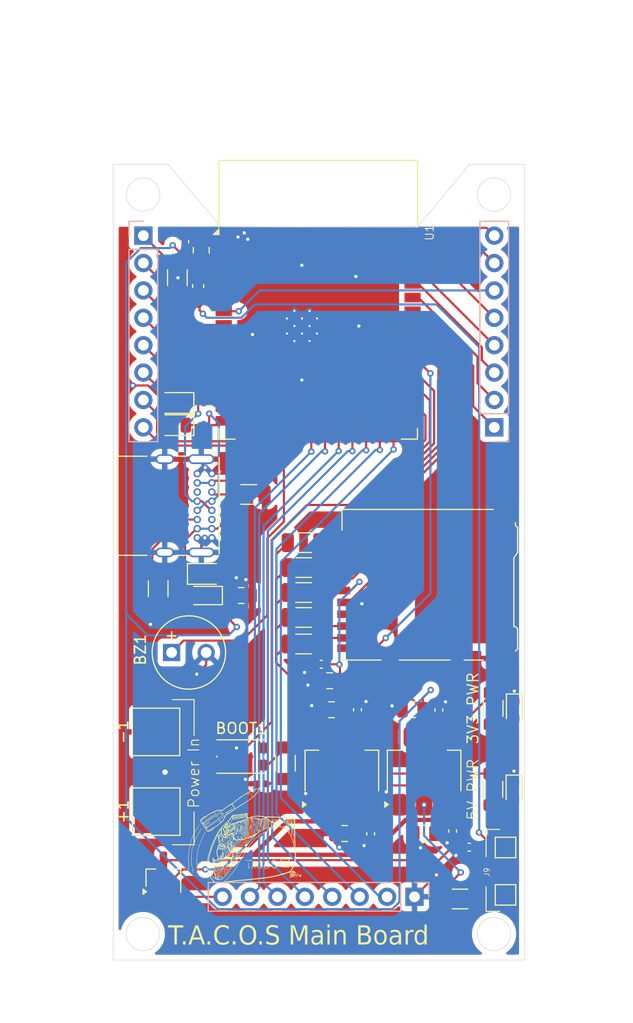
<source format=kicad_pcb>
(kicad_pcb (version 20241229) (generator "pcbnew") (generator_version "9.0")
  (layers (0 "F.Cu" signal) (2 "B.Cu" signal) (13 "F.Paste" user) (15 "B.Paste" user) (5 "F.SilkS" user "F.Silkscreen") (7 "B.SilkS" user "B.Silkscreen") (1 "F.Mask" user) (3 "B.Mask" user) (25 "Edge.Cuts" user))
  (net 0 "")
  (net 1 "I1")
  (net 2 "I0")
  (net 3 "I4")
  (net 4 "I3")
  (net 5 "I2")
  (net 6 "DATA1")
  (net 7 "DATA2")
  (net 8 "DATA6")
  (net 9 "DATA0")
  (net 10 "DATA5")
  (net 11 "BZR")
  (net 12 "DATA7")
  (net 13 "DATA4")
  (net 14 "DATA3")
  (net 15 "DATA13")
  (net 16 "DATA10")
  (net 17 "DATA8")
  (net 18 "DATA11")
  (net 19 "DATA15")
  (net 20 "DATA14")
  (net 21 "DATA12")
  (net 22 "DATA9")
  (net 23 "LIPO PWR")
  (net 24 "VCC_5V")
  (net 25 "ESP_3V3")
  (net 26 "GPIO0")
  (net 27 "CHIP_PU")
  (net 28 "Net-(D1-A)")
  (net 29 "Net-(D5-A)")
  (net 30 "SD_DAT1")
  (net 31 "SD_DAT3")
  (net 32 "SD_CMD")
  (net 33 "SD_DAT0")
  (net 34 "SD_DAT2")
  (net 36 "SD_DET")
  (net 37 "SD_CLK")
  (net 39 "Net-(J5-CC2)")
  (net 40 "Net-(J5-CC1)")
  (net 42 "LIPO GND")
  (net 43 "USB+")
  (net 44 "USB-")
  (net 45 "Net-(J1-Pin_8)")
  (net 46 "SELECT RETURN")
  (net 47 "HATS_ENABLE")
  (net 49 "Net-(D6-A)")
  (net 50 "Net-(J8-Pin_1)")
  (footprint "Capacitor_SMD:C_0805_2012Metric" (layer "F.Cu") (at 62.6555 90.7796)
    (property "Reference" "C1" (hide yes))
    (property "Value" "10uF" (hide yes))
  )
  (footprint "Capacitor_SMD:C_0402_1005Metric" (layer "F.Cu") (at 74.6506 112.8802 -90)
    (property "Reference" "C9" (hide yes))
    (property "Value" "0u1F" (hide yes))
  )
  (footprint "lib:tacos_logo" (layer "F.Cu") (at 66.404763 103.795276)
    (property "Reference" "G***" (hide yes))
    (property "Value" "LOGO" (hide yes))
  )
  (footprint "Capacitor_SMD:C_0805_2012Metric" (layer "F.Cu") (at 71.0286 101.3714 180)
    (property "Reference" "C10" (hide yes))
    (property "Value" "10uF" (hide yes))
  )
  (footprint "LED_SMD:LED_0603_1608Metric" (layer "F.Cu") (at 87.9348 108.9151 -90)
    (property "Reference" "D6" (hide yes))
    (property "Value" "PWRLED" (hide yes))
  )
  (footprint "Capacitor_SMD:C_0805_2012Metric" (layer "F.Cu") (at 58.9534 58.7604 90)
    (property "Reference" "C15" (hide yes))
    (property "Value" "10uF" (hide yes))
  )
  (footprint "Button_Switch_SMD:SW_Push_1P1T_NO_CK_KMR2" (layer "F.Cu") (at 62.6036 105.7129)
    (property "Reference" "BOOT1")
    (property "Value" "RESET" (hide yes))
  )
  (footprint "Resistor_SMD:R_1206_3216Metric" (layer "F.Cu") (at 66.7512 106.3351 90)
    (property "Reference" "R4" (hide yes))
    (property "Value" "10k" (hide yes))
  )
  (footprint "Resistor_SMD:R_1206_3216Metric" (layer "F.Cu") (at 68.4383 85.8774)
    (property "Reference" "R8" (hide yes))
    (property "Value" "10k" (hide yes))
  )
  (footprint "TestPoint:TestPoint_Pad_1.5x1.5mm" (layer "F.Cu") (at 87.1474 114.1476 180)
    (property "Reference" "J9")
    (property "Value" "En_B" (hide yes))
  )
  (footprint "Capacitor_SMD:C_0805_2012Metric" (layer "F.Cu") (at 78.5368 101.3714 180)
    (property "Reference" "C4" (hide yes))
    (property "Value" "10uF" (hide yes))
  )
  (footprint "TestPoint:TestPoint_Pad_4.0x4.0mm" (layer "F.Cu") (at 54.7624 103.4288 90)
    (property "Reference" "-1")
    (property "Value" "LIPO PWR" (hide yes))
  )
  (footprint "Diode_SMD:D_0805_2012Metric" (layer "F.Cu") (at 59.3621 88.773)
    (property "Reference" "D2" (hide yes))
    (property "Value" "D_TVS_Small_Filled" (hide yes))
  )
  (footprint "Capacitor_SMD:C_0402_1005Metric" (layer "F.Cu") (at 80.9752 101.3942 90)
    (property "Reference" "C5" (hide yes))
    (property "Value" "0u1F" (hide yes))
  )
  (footprint "Capacitor_SMD:C_0402_1005Metric" (layer "F.Cu") (at 64.5134 108.2401 180)
    (property "Reference" "C6" (hide yes))
    (property "Value" "0u1F" (hide yes))
  )
  (footprint "Capacitor_SMD:C_0402_1005Metric" (layer "F.Cu") (at 83.792 114.1222 180)
    (property "Reference" "C7" (hide yes))
    (property "Value" "0u1F" (hide yes))
  )
  (footprint "TestPoint:TestPoint_Pad_4.0x4.0mm" (layer "F.Cu") (at 54.7878 110.8202 90)
    (property "Reference" "+1")
    (property "Value" "LIPO GND" (hide yes))
  )
  (footprint "Resistor_SMD:R_1206_3216Metric" (layer "F.Cu") (at 85.979 108.7521 -90)
    (property "Reference" "R6" (hide yes))
    (property "Value" "75" (hide yes))
  )
  (footprint "Resistor_SMD:R_1206_3216Metric" (layer "F.Cu") (at 68.449 88.1888)
    (property "Reference" "R9" (hide yes))
    (property "Value" "10k" (hide yes))
  )
  (footprint "Capacitor_SMD:C_0402_1005Metric" (layer "F.Cu") (at 82.2452 112.621 -90)
    (property "Reference" "C3" (hide yes))
    (property "Value" "0u1F" (hide yes))
  )
  (footprint "Diode_SMD:D_0805_2012Metric" (layer "F.Cu") (at 56.5866 74.9808 180)
    (property "Reference" "D4" (hide yes))
    (property "Value" "D_TVS_Small_Filled" (hide yes))
  )
  (footprint "Diode_SMD:D_0805_2012Metric" (layer "F.Cu") (at 56.5889 72.9234 180)
    (property "Reference" "D3" (hide yes))
    (property "Value" "D_TVS_Small_Filled" (hide yes))
  )
  (footprint "Connector_Card:microSD_HC_Hirose_DM3AT-SF-PEJM5" (layer "F.Cu") (at 79.883 89.789 90)
    (property "Reference" "J4" (hide yes))
    (property "Value" "Micro_SD_Card_Det2" (hide yes))
  )
  (footprint "Package_TO_SOT_SMD:SOT-23W_Handsoldering" (layer "F.Cu") (at 55.4482 117.221 90)
    (property "Reference" "Q1" (hide yes))
    (property "Value" "MMBT2222A" (hide yes))
  )
  (footprint "Resistor_SMD:R_1206_3216Metric" (layer "F.Cu") (at 82.931 118.9228)
    (property "Reference" "R5" (hide yes))
    (property "Value" "10k" (hide yes))
  )
  (footprint "Buzzer_Beeper:MagneticBuzzer_Kingstate_KCG0601" (layer "F.Cu") (at 56.2106 96.0628)
    (property "Reference" "BZ1")
    (property "Value" "Buzzer" (hide yes))
  )
  (footprint "Package_TO_SOT_SMD:SOT-223-3_TabPin2" (layer "F.Cu") (at 79.6036 107.0356 90)
    (property "Reference" "U2" (hide yes))
    (property "Value" "AMS1117-3.3" (hide yes))
  )
  (footprint "Capacitor_SMD:C_0805_2012Metric" (layer "F.Cu") (at 79.629 112.8268 180)
    (property "Reference" "C2" (hide yes))
    (property "Value" "10uF" (hide yes))
  )
  (footprint "Resistor_SMD:R_1206_3216Metric" (layer "F.Cu") (at 68.4383 95.2754)
    (property "Reference" "R13" (hide yes))
    (property "Value" "10k" (hide yes))
  )
  (footprint "Resistor_SMD:R_1206_3216Metric" (layer "F.Cu") (at 68.4383 92.8116)
    (property "Reference" "R12" (hide yes))
    (property "Value" "10k" (hide yes))
  )
  (footprint "Capacitor_SMD:C_0402_1005Metric" (layer "F.Cu") (at 70.0812 97.155 180)
    (property "Reference" "C13" (hide yes))
    (property "Value" "100nF" (hide yes))
  )
  (footprint "Resistor_SMD:R_1206_3216Metric" (layer "F.Cu") (at 68.4383 90.5002)
    (property "Reference" "R10" (hide yes))
    (property "Value" "10k" (hide yes))
  )
  (footprint "Package_TO_SOT_SMD:SOT-223-3_TabPin2" (layer "F.Cu") (at 71.9836 107.0356 90)
    (property "Reference" "U3" (hide yes))
    (property "Value" "AMS1117-5.0" (hide yes))
  )
  (footprint "Diode_SMD:D_SOD-323" (layer "F.Cu") (at 59.3027 90.7796 180)
    (property "Reference" "D1" (hide yes))
    (property "Value" "1N5819WS" (hide yes))
  )
  (footprint "Capacitor_SMD:C_0402_1005Metric" (layer "F.Cu") (at 57.4294 57.9654 90)
    (property "Reference" "C16" (hide yes))
    (property "Value" "0u1F" (hide yes))
  )
  (footprint "Capacitor_SMD:C_0603_1608Metric" (layer "F.Cu") (at 58.674 62.09 90)
    (property "Reference" "C14" (hide yes))
    (property "Value" "1uF" (hide yes))
  )
  (footprint "Resistor_SMD:R_1206_3216Metric" (layer "F.Cu") (at 56.7436 61.3009 -90)
    (property "Reference" "R7" (hide yes))
    (property "Value" "10k" (hide yes))
  )
  (footprint "Resistor_SMD:R_1206_3216Metric" (layer "F.Cu") (at 54.9656 90.1446 -90)
    (property "Reference" "R1" (hide yes))
    (property "Value" "5k1" (hide yes))
  )
  (footprint "TestPoint:TestPoint_Pad_1.5x1.5mm" (layer "F.Cu") (at 87.1474 118.5418 180)
    (property "Reference" "J8" (hide yes))
    (property "Value" "En_A" (hide yes))
  )
  (footprint "Capacitor_SMD:C_0805_2012Metric" (layer "F.Cu") (at 72.2528 112.8522 180)
    (property "Reference" "C8" (hide yes))
    (property "Value" "10uF" (hide yes))
  )
  (footprint "Capacitor_SMD:C_0402_1005Metric" (layer "F.Cu") (at 73.4314 101.3688 90)
    (property "Reference" "C11" (hide yes))
    (property "Value" "0u1F" (hide yes))
  )
  (footprint "Capacitor_SMD:C_0805_2012Metric" (layer "F.Cu") (at 70.8558 98.679 180)
    (property "Reference" "C12" (hide yes))
    (property "Value" "10uF" (hide yes))
  )
  (footprint "RF_Module:ESP32-S3-WROOM-1" (layer "F.Cu") (at 69.7868 63.3244)
    (property "Reference" "U1")
    (property "Value" "ESP32-S3-WROOM-1" (hide yes))
  )
  (footprint "Resistor_SMD:R_1206_3216Metric" (layer "F.Cu") (at 63.3583 81.407)
    (property "Reference" "R2" (hide yes))
    (property "Value" "5k1" (hide yes))
  )
  (footprint "Connector_USB:USB_C_Receptacle_GCT_USB4085" (layer "F.Cu") (at 59.9352 79.4804 -90)
    (property "Reference" "J5" (hide yes))
    (property "Value" "USB_C_Receptacle_USB2.0_16P" (hide yes))
  )
  (footprint "LED_SMD:LED_0603_1608Metric" (layer "F.Cu") (at 87.9602 101.3969 -90)
    (property "Reference" "D5" (hide yes))
    (property "Value" "PWRLED" (hide yes))
  )
  (footprint "Resistor_SMD:R_1206_3216Metric" (layer "F.Cu") (at 86.0044 101.2551 -90)
    (property "Reference" "R3" (hide yes))
    (property "Value" "75" (hide yes))
  )
  (footprint "Connector_PinSocket_2.54mm:PinSocket_1x08_P2.54mm_Vertical" (layer "B.Cu") (at 86.106 75.184)
    (property "Reference" "J3" (hide yes))
    (property "Value" "Conn_01x08_Socket" (hide yes))
  )
  (footprint "Connector_PinSocket_2.54mm:PinSocket_1x08_P2.54mm_Vertical" (layer "B.Cu") (at 53.594 57.404 180)
    (property "Reference" "J2" (hide yes))
    (property "Value" "Conn_01x08_Socket" (hide yes))
  )
  (footprint "Connector_PinSocket_2.54mm:PinSocket_1x08_P2.54mm_Vertical" (layer "B.Cu") (at 78.7146 118.7196 90)
    (property "Reference" "J1" (hide yes))
    (property "Value" "Conn_01x08_Socket" (hide yes))
  )
  (gr_line (start 58.293 113.8936) (end 56.261 113.8936) (stroke (width 0.1)) (layer "F.SilkS"))
  (gr_line (start 85.344 112.4712) (end 86.614 112.4712) (stroke (width 0.1)) (layer "F.SilkS"))
  (gr_line (start 58.293 100.4316) (end 56.261 100.4316) (stroke (width 0.1)) (layer "F.SilkS"))
  (gr_line (start 58.293 103.7336) (end 58.293 100.4316) (stroke (width 0.1)) (layer "F.SilkS"))
  (gr_line (start 85.344 115.0112) (end 85.344 112.4712) (stroke (width 0.1)) (layer "F.SilkS"))
  (gr_line (start 58.293 110.8456) (end 58.293 113.8936) (stroke (width 0.1)) (layer "F.SilkS"))
  (gr_line (start 85.344 120.0658) (end 86.614 120.0658) (stroke (width 0.1)) (layer "F.SilkS"))
  (gr_line (start 85.344 117.8052) (end 85.344 120.0658) (stroke (width 0.1)) (layer "F.SilkS"))
  (gr_circle (center 53.568 53.594) (end 55.118 53.594) (stroke (width 0.05)) (fill no) (layer "Edge.Cuts"))
  (gr_circle (center 53.5432 122.174) (end 55.0932 122.174) (stroke (width 0.05)) (fill no) (layer "Edge.Cuts"))
  (gr_circle (center 86.0812 122.174) (end 87.6312 122.174) (stroke (width 0.05)) (fill no) (layer "Edge.Cuts"))
  (gr_circle (center 86.08 53.594) (end 87.63 53.594) (stroke (width 0.05)) (fill no) (layer "Edge.Cuts"))
  (gr_poly (pts (xy 50.8 50.8) (xy 50.8 124.587) (xy 88.9 124.587) (xy 88.9 50.8) (xy 83.7946 50.8) (xy 78.9868 56.6244) (xy 60.7868 56.5744) (xy 55.88 50.8)) (stroke (width 0.05)) (fill no) (layer "Edge.Cuts"))
  (gr_text "5V PWR" (at 84.709 111.6838 90) (layer "F.SilkS") (effects (font (size 1 1) (thickness 0.1)) (justify left bottom)))
  (gr_text "Power In" (at 58.8518 110.5916 90) (layer "F.SilkS") (effects (font (size 1 1) (thickness 0.1)) (justify left bottom)))
  (gr_text "T.A.C.O.S Main Board" (at 55.88 123.444 0) (layer "F.SilkS") (effects (font (size 1.75 1.65) (thickness 0.21875)) (justify left bottom)))
  (gr_text "3V3 PWR" (at 84.709 104.648 90) (layer "F.SilkS") (effects (font (size 1 1) (thickness 0.125)) (justify left bottom)))
  (segment (start 75.5018 75.8244) (end 75.5018 77.2798) (width 0.2) (layer "F.Cu") (net 1))
  (via (at 75.5018 77.2798) (size 0.6) (drill 0.3) (layers "F.Cu" "B.Cu") (net 1))
  (segment (start 65.9286 86.457743) (end 75.106543 77.2798) (width 0.2) (layer "B.Cu") (net 1))
  (segment (start 73.6346 118.7196) (end 65.9286 111.0136) (width 0.2) (layer "B.Cu") (net 1))
  (segment (start 65.9286 111.0136) (end 65.9286 86.457743) (width 0.2) (layer "B.Cu") (net 1))
  (segment (start 75.106543 77.2798) (end 75.5018 77.2798) (width 0.2) (layer "B.Cu") (net 1))
  (segment (start 76.7718 75.8244) (end 76.7718 77.2284) (width 0.2) (layer "F.Cu") (net 2))
  (via (at 76.7718 77.2284) (size 0.6) (drill 0.3) (layers "F.Cu" "B.Cu") (net 2))
  (segment (start 75.4888 118.7196) (end 66.3296 109.5604) (width 0.2) (layer "B.Cu") (net 2))
  (segment (start 76.1746 118.7196) (end 75.4888 118.7196) (width 0.2) (layer "B.Cu") (net 2))
  (segment (start 66.3296 87.6706) (end 76.7718 77.2284) (width 0.2) (layer "B.Cu") (net 2))
  (segment (start 66.3296 109.5604) (end 66.3296 87.6706) (width 0.2) (layer "B.Cu") (net 2))
  (segment (start 71.6918 75.8244) (end 71.6918 77.3808) (width 0.2) (layer "F.Cu") (net 3))
  (via (at 71.6918 77.3808) (size 0.6) (drill 0.3) (layers "F.Cu" "B.Cu") (net 3))
  (segment (start 71.6664 77.3808) (end 71.6918 77.3808) (width 0.2) (layer "B.Cu") (net 3))
  (segment (start 64.7256 117.4306) (end 64.7256 84.3216) (width 0.2) (layer "B.Cu") (net 3))
  (segment (start 66.0146 118.7196) (end 64.7256 117.4306) (width 0.2) (layer "B.Cu") (net 3))
  (segment (start 64.7256 84.3216) (end 71.6664 77.3808) (width 0.2) (layer "B.Cu") (net 3))
  (segment (start 72.9618 75.8244) (end 72.9618 77.3814) (width 0.2) (layer "F.Cu") (net 4))
  (via (at 72.9618 77.3814) (size 0.6) (drill 0.3) (layers "F.Cu" "B.Cu") (net 4))
  (segment (start 68.5546 118.7196) (end 65.1266 115.2916) (width 0.2) (layer "B.Cu") (net 4))
  (segment (start 65.1266 115.2916) (end 65.1266 84.795943) (width 0.2) (layer "B.Cu") (net 4))
  (segment (start 65.1266 84.795943) (end 72.541143 77.3814) (width 0.2) (layer "B.Cu") (net 4))
  (segment (start 72.541143 77.3814) (end 72.9618 77.3814) (width 0.2) (layer "B.Cu") (net 4))
  (segment (start 74.2318 75.8244) (end 74.2318 77.3046) (width 0.2) (layer "F.Cu") (net 5))
  (via (at 74.2318 77.3046) (size 0.6) (drill 0.3) (layers "F.Cu" "B.Cu") (net 5))
  (segment (start 71.0946 118.7196) (end 65.5276 113.1526) (width 0.2) (layer "B.Cu") (net 5))
  (segment (start 73.888543 77.3046) (end 74.2318 77.3046) (width 0.2) (layer "B.Cu") (net 5))
  (segment (start 65.5276 113.1526) (end 65.5276 85.665543) (width 0.2) (layer "B.Cu") (net 5))
  (segment (start 65.5276 85.665543) (end 73.888543 77.3046) (width 0.2) (layer "B.Cu") (net 5))
  (segment (start 68.0548 57.0764) (end 83.2384 57.0764) (width 0.2) (layer "F.Cu") (net 6))
  (segment (start 83.2384 57.0764) (end 86.106 59.944) (width 0.2) (layer "F.Cu") (net 6))
  (segment (start 61.9868 63.1444) (end 68.0548 57.0764) (width 0.2) (layer "F.Cu") (net 6))
  (segment (start 61.0368 63.1444) (end 61.9868 63.1444) (width 0.2) (layer "F.Cu") (net 6))
  (segment (start 61.0368 64.4144) (end 62.4332 64.4144) (width 0.2) (layer "F.Cu") (net 7))
  (via (at 62.4332 64.4144) (size 0.6) (drill 0.3) (layers "F.Cu" "B.Cu") (net 7))
  (segment (start 62.4332 64.4144) (end 64.3636 62.484) (width 0.2) (layer "B.Cu") (net 7))
  (segment (start 64.3636 62.484) (end 86.106 62.484) (width 0.2) (layer "B.Cu") (net 7))
  (segment (start 84.554 68.6296) (end 84.554 71.092) (width 0.2) (layer "F.Cu") (net 8))
  (segment (start 78.5368 63.1444) (end 79.0688 63.1444) (width 0.2) (layer "F.Cu") (net 8))
  (segment (start 79.0688 63.1444) (end 84.554 68.6296) (width 0.2) (layer "F.Cu") (net 8))
  (segment (start 84.554 71.092) (end 86.106 72.644) (width 0.2) (layer "F.Cu") (net 8))
  (segment (start 85.3774 56.6754) (end 86.106 57.404) (width 0.2) (layer "F.Cu") (net 9))
  (segment (start 61.0368 61.8744) (end 61.5688 61.8744) (width 0.2) (layer "F.Cu") (net 9))
  (segment (start 61.5688 61.8744) (end 66.7678 56.6754) (width 0.2) (layer "F.Cu") (net 9))
  (segment (start 66.7678 56.6754) (end 85.3774 56.6754) (width 0.2) (layer "F.Cu") (net 9))
  (segment (start 79.0688 61.8744) (end 84.955 67.7606) (width 0.2) (layer "F.Cu") (net 10))
  (segment (start 84.955 68.953) (end 86.106 70.104) (width 0.2) (layer "F.Cu") (net 10))
  (segment (start 84.955 67.7606) (end 84.955 68.953) (width 0.2) (layer "F.Cu") (net 10))
  (segment (start 78.5368 61.8744) (end 79.0688 61.8744) (width 0.2) (layer "F.Cu") (net 10))
  (segment (start 62.7038 94.9618) (end 62.7126 94.9706) (width 0.2) (layer "F.Cu") (net 11))
  (segment (start 65.0802 92.603) (end 65.0802 85.4656) (width 0.2) (layer "F.Cu") (net 11))
  (segment (start 57.3116 94.9618) (end 62.7038 94.9618) (width 0.2) (layer "F.Cu") (net 11))
  (segment (start 62.7126 94.9706) (end 65.0802 92.603) (width 0.2) (layer "F.Cu") (net 11))
  (segment (start 56.2106 96.0628) (end 57.3116 94.9618) (width 0.2) (layer "F.Cu") (net 11))
  (segment (start 66.6118 83.934) (end 66.6118 75.8244) (width 0.2) (layer "F.Cu") (net 11))
  (segment (start 65.0802 85.4656) (end 66.6118 83.934) (width 0.2) (layer "F.Cu") (net 11))
  (segment (start 84.153 69.4986) (end 84.153 73.231) (width 0.2) (layer "F.Cu") (net 12))
  (segment (start 84.153 73.231) (end 86.106 75.184) (width 0.2) (layer "F.Cu") (net 12))
  (segment (start 78.5368 64.4144) (end 79.0688 64.4144) (width 0.2) (layer "F.Cu") (net 12))
  (segment (start 79.0688 64.4144) (end 84.153 69.4986) (width 0.2) (layer "F.Cu") (net 12))
  (segment (start 79.1464 60.6044) (end 86.106 67.564) (width 0.2) (layer "F.Cu") (net 13))
  (segment (start 78.5368 60.6044) (end 79.1464 60.6044) (width 0.2) (layer "F.Cu") (net 13))
  (segment (start 78.5368 59.3344) (end 80.4164 59.3344) (width 0.2) (layer "F.Cu") (net 14))
  (segment (start 80.4164 59.3344) (end 86.106 65.024) (width 0.2) (layer "F.Cu") (net 14))
  (segment (start 60.5178 71.5154) (end 61.0368 72.0344) (width 0.2) (layer "F.Cu") (net 15))
  (segment (start 55.0054 71.5154) (end 60.5178 71.5154) (width 0.2) (layer "F.Cu") (net 15))
  (segment (start 53.594 70.104) (end 55.0054 71.5154) (width 0.2) (layer "F.Cu") (net 15))
  (segment (start 59.3344 68.2244) (end 61.0368 68.2244) (width 0.2) (layer "F.Cu") (net 16))
  (segment (start 53.594 62.484) (end 59.3344 68.2244) (width 0.2) (layer "F.Cu") (net 16))
  (segment (start 55.5676 63.31106) (end 57.94094 65.6844) (width 0.2) (layer "F.Cu") (net 17))
  (segment (start 53.594 57.404) (end 55.5676 59.3776) (width 0.2) (layer "F.Cu") (net 17))
  (segment (start 57.94094 65.6844) (end 61.0368 65.6844) (width 0.2) (layer "F.Cu") (net 17))
  (segment (start 55.5676 59.3776) (end 55.5676 63.31106) (width 0.2) (layer "F.Cu") (net 17))
  (segment (start 53.594 65.024) (end 58.0644 69.4944) (width 0.2) (layer "F.Cu") (net 18))
  (segment (start 58.0644 69.4944) (end 61.0368 69.4944) (width 0.2) (layer "F.Cu") (net 18))
  (segment (start 55.2854 76.8754) (end 63.9708 76.8754) (width 0.2) (layer "F.Cu") (net 19))
  (segment (start 64.0718 76.7744) (end 64.0718 75.8244) (width 0.2) (layer "F.Cu") (net 19))
  (segment (start 63.9708 76.8754) (end 64.0718 76.7744) (width 0.2) (layer "F.Cu") (net 19))
  (segment (start 53.594 75.184) (end 55.2854 76.8754) (width 0.2) (layer "F.Cu") (net 19))
  (segment (start 55.665554 76.4744) (end 62.1518 76.4744) (width 0.2) (layer "F.Cu") (net 20))
  (segment (start 62.1518 76.4744) (end 62.8018 75.8244) (width 0.2) (layer "F.Cu") (net 20))
  (segment (start 54.8606 75.669446) (end 55.665554 76.4744) (width 0.2) (layer "F.Cu") (net 20))
  (segment (start 54.8606 73.9106) (end 54.8606 75.669446) (width 0.2) (layer "F.Cu") (net 20))
  (segment (start 53.594 72.644) (end 54.8606 73.9106) (width 0.2) (layer "F.Cu") (net 20))
  (segment (start 53.594 67.564) (end 56.7944 70.7644) (width 0.2) (layer "F.Cu") (net 21))
  (segment (start 56.7944 70.7644) (end 61.0368 70.7644) (width 0.2) (layer "F.Cu") (net 21))
  (segment (start 53.594 59.944) (end 55.1666 61.5166) (width 0.2) (layer "F.Cu") (net 22))
  (segment (start 55.1666 63.47716) (end 58.64384 66.9544) (width 0.2) (layer "F.Cu") (net 22))
  (segment (start 58.64384 66.9544) (end 61.0368 66.9544) (width 0.2) (layer "F.Cu") (net 22))
  (segment (start 55.1666 61.5166) (end 55.1666 63.47716) (width 0.2) (layer "F.Cu") (net 22))
  (segment (start 74.2836 112.211) (end 74.4474 112.3748) (width 0.2) (layer "F.Cu") (net 23))
  (segment (start 58.7908 114.8232) (end 63.8048 114.8232) (width 0.4) (layer "F.Cu") (net 23))
  (segment (start 63.8048 114.8232) (end 74.6608 114.8232) (width 0.4) (layer "F.Cu") (net 23))
  (segment (start 81.9036 110.1856) (end 81.9036 111.7994) (width 0.2) (layer "F.Cu") (net 23))
  (segment (start 74.2836 110.1856) (end 74.2836 112.211) (width 0.2) (layer "F.Cu") (net 23))
  (segment (start 74.6608 114.8232) (end 77.8974 111.5866) (width 0.4) (layer "F.Cu") (net 23))
  (segment (start 63.8048 114.8232) (end 66.9018 111.7262) (width 0.4) (layer "F.Cu") (net 23))
  (segment (start 77.8974 111.5866) (end 80.5026 111.5866) (width 0.4) (layer "F.Cu") (net 23))
  (segment (start 80.5026 111.5866) (end 81.9036 110.1856) (width 0.4) (layer "F.Cu") (net 23))
  (segment (start 54.7878 110.8202) (end 58.7908 114.8232) (width 0.4) (layer "F.Cu") (net 23))
  (segment (start 80.579 112.8268) (end 80.579 112.7098) (width 0.2) (layer "F.Cu") (net 23))
  (segment (start 66.9018 111.7262) (end 72.743 111.7262) (width 0.4) (layer "F.Cu") (net 23))
  (segment (start 72.743 111.7262) (end 74.2836 110.1856) (width 0.4) (layer "F.Cu") (net 23))
  (segment (start 80.579 112.7098) (end 81.4894 111.7994) (width 0.2) (layer "F.Cu") (net 23))
  (segment (start 81.9036 111.7994) (end 82.2452 112.141) (width 0.2) (layer "F.Cu") (net 23))
  (segment (start 73.844 112.211) (end 74.2836 112.211) (width 0.2) (layer "F.Cu") (net 23))
  (segment (start 73.2028 112.8522) (end 73.844 112.211) (width 0.2) (layer "F.Cu") (net 23))
  (segment (start 81.4894 111.7994) (end 81.9036 111.7994) (width 0.2) (layer "F.Cu") (net 23))
  (segment (start 55.7658 115.521) (end 55.4482 115.521) (width 0.2) (layer "F.Cu") (net 24))
  (segment (start 75.3876 107.2896) (end 85.979 107.2896) (width 0.2) (layer "F.Cu") (net 24))
  (segment (start 71.9836 103.8856) (end 73.4314 102.4378) (width 0.2) (layer "F.Cu") (net 24))
  (segment (start 71.9836 110.1856) (end 73.7788 108.3904) (width 0.2) (layer "F.Cu") (net 24))
  (segment (start 82.9546 113.348343) (end 80.978743 115.3242) (width 0.2) (layer "F.Cu") (net 24))
  (segment (start 80.978743 115.3242) (end 55.9626 115.3242) (width 0.2) (layer "F.Cu") (net 24))
  (segment (start 82.9546 109.280592) (end 82.9546 113.348343) (width 0.2) (layer "F.Cu") (net 24))
  (segment (start 71.9786 101.3714) (end 73.045 102.4378) (width 0.2) (layer "F.Cu") (net 24))
  (segment (start 55.9626 115.3242) (end 55.7658 115.521) (width 0.2) (layer "F.Cu") (net 24))
  (segment (start 73.4314 102.4378) (end 73.4314 101.8488) (width 0.2) (layer "F.Cu") (net 24))
  (segment (start 71.9836 103.8856) (end 75.3876 107.2896) (width 0.2) (layer "F.Cu") (net 24))
  (segment (start 82.064408 108.3904) (end 82.9546 109.280592) (width 0.2) (layer "F.Cu") (net 24))
  (segment (start 73.7788 108.3904) (end 82.064408 108.3904) (width 0.2) (layer "F.Cu") (net 24))
  (segment (start 73.045 102.4378) (end 73.4314 102.4378) (width 0.2) (layer "F.Cu") (net 24))
  (segment (start 71.7296 97.155) (end 71.755 97.1804) (width 0.2) (layer "F.Cu") (net 25))
  (segment (start 65.913 86.9402) (end 65.913 89.7128) (width 0.2) (layer "F.Cu") (net 25))
  (segment (start 68.5886 100.326857) (end 68.907057 100.0084) (width 0.2) (layer "F.Cu") (net 25))
  (segment (start 57.3893 59.1927) (end 57.2115 59.1927) (width 0.2) (layer "F.Cu") (net 25))
  (segment (start 71.755 97.1804) (end 71.8058 97.2312) (width 0.2) (layer "F.Cu") (net 25))
  (segment (start 72.158 90.314) (end 72.8048 90.314) (width 0.2) (layer "F.Cu") (net 25))
  (segment (start 66.9758 92.8116) (end 65.8876 93.8998) (width 0.2) (layer "F.Cu") (net 25))
  (segment (start 80.1091 101.9937) (end 80.5053 101.9937) (width 0.2) (layer "F.Cu") (net 25))
  (segment (start 61.7055 90.7796) (end 61.7055 93.1507) (width 0.2) (layer "F.Cu") (net 25))
  (segment (start 66.9758 95.2754) (end 65.8876 96.3636) (width 0.2) (layer "F.Cu") (net 25))
  (segment (start 70.5612 97.155) (end 71.7296 97.155) (width 0.2) (layer "F.Cu") (net 25))
  (segment (start 79.4868 101.3714) (end 79.4868 100.269) (width 0.2) (layer "F.Cu") (net 25))
  (segment (start 79.6036 102.8954) (end 80.5053 101.9937) (width 0.2) (layer "F.Cu") (net 25))
  (segment (start 81.4685 117.9977) (end 83.0072 116.459) (width 0.2) (layer "F.Cu") (net 25))
  (segment (start 65.8876 96.988943) (end 68.907057 100.0084) (width 0.2) (layer "F.Cu") (net 25))
  (segment (start 66.9865 88.1888) (end 65.8876 89.2877) (width 0.2) (layer "F.Cu") (net 25))
  (segment (start 66.7512 107.7976) (end 68.5886 105.9602) (width 0.2) (layer "F.Cu") (net 25))
  (segment (start 65.8876 91.7448) (end 65.8876 94.107) (width 0.2) (layer "F.Cu") (net 25))
  (segment (start 66.9758 90.5002) (end 65.8876 91.5884) (width 0.2) (layer "F.Cu") (net 25))
  (segment (start 58.9534 58.8264) (end 59.8678 58.8264) (width 0.2) (layer "F.Cu") (net 25))
  (segment (start 65.8876 91.5884) (end 65.8876 91.7448) (width 0.2) (layer "F.Cu") (net 25))
  (segment (start 68.5886 105.9602) (end 68.5886 100.326857) (width 0.2) (layer "F.Cu") (net 25))
  (segment (start 81.9114 103.8856) (end 86.0044 99.7926) (width 0.2) (layer "F.Cu") (net 25))
  (segment (start 59.8678 58.8264) (end 60.3758 59.3344) (width 0.2) (layer "F.Cu") (net 25))
  (segment (start 79.4868 100.269) (end 80.2132 99.5426) (width 0.2) (layer "F.Cu") (net 25))
  (segment (start 80.6248 101.8742) (end 80.9752 101.8742) (width 0.2) (layer "F.Cu") (net 25))
  (segment (start 71.8058 97.2312) (end 71.8058 98.679) (width 0.2) (layer "F.Cu") (net 25))
  (segment (start 65.8876 93.8998) (end 65.8876 94.107) (width 0.2) (layer "F.Cu") (net 25))
  (segment (start 79.4868 101.3714) (end 80.1091 101.9937) (width 0.2) (layer "F.Cu") (net 25))
  (segment (start 79.6036 103.8856) (end 79.6036 102.8954) (width 0.2) (layer "F.Cu") (net 25))
  (segment (start 57.4294 58.4454) (end 57.4294 58.5002) (width 0.2) (layer "F.Cu") (net 25))
  (segment (start 65.8876 94.107) (end 65.8876 96.9264) (width 0.2) (layer "F.Cu") (net 25))
  (segment (start 78.1238 100.0084) (end 79.4868 101.3714) (width 0.2) (layer "F.Cu") (net 25))
  (segment (start 81.4685 118.9228) (end 81.4685 117.9977) (width 0.2) (layer "F.Cu") (net 25))
  (segment (start 72.8048 90.314) (end 73.6092 89.5096) (width 0.2) (layer "F.Cu") (net 25))
  (segment (start 61.7055 93.1507) (end 62.2554 93.7006) (width 0.2) (layer "F.Cu") (net 25))
  (segment (start 68.907057 100.0084) (end 78.1238 100.0084) (width 0.2) (layer "F.Cu") (net 25))
  (segment (start 79.6036 110.1856) (end 79.6036 110.109) (width 0.2) (layer "F.Cu") (net 25))
  (segment (start 57.4294 58.5002) (end 57.7556 58.8264) (width 0.2) (layer "F.Cu") (net 25))
  (segment (start 58.9534 59.7104) (end 58.9534 58.8264) (width 0.2) (layer "F.Cu") (net 25))
  (segment (start 57.7556 58.8264) (end 58.9534 58.8264) (width 0.2) (layer "F.Cu") (net 25))
  (segment (start 56.7436 59.8384) (end 57.3893 59.1927) (width 0.2) (layer "F.Cu") (net 25))
  (segment (start 65.8876 89.7382) (end 65.8876 91.7448) (width 0.2) (layer "F.Cu") (net 25))
  (segment (start 80.5053 101.9937) (end 80.6248 101.8742) (width 0.2) (layer "F.Cu") (net 25))
  (segment (start 65.8876 96.9264) (end 65.8876 96.988943) (width 0.2) (layer "F.Cu") (net 25))
  (segment (start 60.3758 59.3344) (end 61.0368 59.3344) (width 0.2) (layer "F.Cu") (net 25))
  (segment (start 66.9758 85.8774) (end 65.913 86.9402) (width 0.2) (layer "F.Cu") (net 25))
  (segment (start 61.7055 90.7796) (end 60.3527 90.7796) (width 0.2) (layer "F.Cu") (net 25))
  (segment (start 57.2115 59.1927) (end 56.3118 58.293) (width 0.2) (layer "F.Cu") (net 25))
  (segment (start 65.913 89.7128) (end 65.8876 89.7382) (width 0.2) (layer "F.Cu") (net 25))
  (segment (start 65.8876 96.3636) (end 65.8876 96.9264) (width 0.2) (layer "F.Cu") (net 25))
  (segment (start 57.3893 59.1927) (end 57.7556 58.8264) (width 0.2) (layer "F.Cu") (net 25))
  (segment (start 65.8876 89.2877) (end 65.8876 89.7382) (width 0.2) (layer "F.Cu") (net 25))
  (segment (start 79.6036 103.8856) (end 81.9114 103.8856) (width 0.2) (layer "F.Cu") (net 25))
  (via (at 83.0072 116.459) (size 0.6) (drill 0.3) (layers "F.Cu" "B.Cu") (net 25))
  (via (at 62.2554 93.7006) (size 0.6) (drill 0.3) (layers "F.Cu" "B.Cu") (net 25))
  (via (at 79.6036 110.1856) (size 0.6) (drill 0.3) (layers "F.Cu" "B.Cu") (net 25))
  (via (at 73.6092 89.5096) (size 0.6) (drill 0.3) (layers "F.Cu" "B.Cu") (net 25))
  (via (at 71.755 97.1804) (size 0.6) (drill 0.3) (layers "F.Cu" "B.Cu") (net 25))
  (via (at 56.3118 58.293) (size 0.6) (drill 0.3) (layers "F.Cu" "B.Cu") (net 25))
  (via (at 80.2132 99.5426) (size 0.6) (drill 0.3) (layers "F.Cu" "B.Cu") (net 25))
  (segment (start 52.0024 92.4814) (end 52.0024 59.90784) (width 0.2) (layer "B.Cu") (net 25))
  (segment (start 61.4934 94.4626) (end 53.9836 94.4626) (width 0.2) (layer "B.Cu") (net 25))
  (segment (start 73.6092 89.5096) (end 71.755 91.3638) (width 0.2) (layer "B.Cu") (net 25))
  (segment (start 53.35524 58.555) (end 56.0498 58.555) (width 0.2) (layer "B.Cu") (net 25))
  (segment (start 79.6036 113.0554) (end 79.6036 110.1856) (width 0.2) (layer "B.Cu") (net 25))
  (segment (start 76.65136 119.8706) (end 60.45784 119.8706) (width 0.2) (layer "B.Cu") (net 25))
  (segment (start 56.0498 58.555) (end 56.3118 58.293) (width 0.2) (layer "B.Cu") (net 25))
  (segment (start 71.755 91.3638) (end 71.755 97.1804) (width 0.2) (layer "B.Cu") (net 25))
  (segment (start 52.0024 111.41516) (end 52.0024 92.4814) (width 0.2) (layer "B.Cu") (net 25))
  (segment (start 80.2132 99.5426) (end 77.3256 102.4302) (width 0.2) (layer "B.Cu") (net 25))
  (segment (start 62.2554 93.7006) (end 61.4934 94.4626) (width 0.2) (layer "B.Cu") (net 25))
  (segment (start 52.0024 59.90784) (end 53.35524 58.555) (width 0.2) (layer "B.Cu") (net 25))
  (segment (start 77.3256 102.4302) (end 77.3256 119.19636) (width 0.2) (layer "B.Cu") (net 25))
  (segment (start 60.45784 119.8706) (end 52.0024 111.41516) (width 0.2) (layer "B.Cu") (net 25))
  (segment (start 77.3256 119.19636) (end 76.65136 119.8706) (width 0.2) (layer "B.Cu") (net 25))
  (segment (start 53.9836 94.4626) (end 52.0024 92.4814) (width 0.2) (layer "B.Cu") (net 25))
  (segment (start 83.0072 116.459) (end 79.6036 113.0554) (width 0.2) (layer "B.Cu") (net 25))
  (segment (start 60.5536 106.5129) (end 61.469043 106.5129) (width 0.2) (layer "F.Cu") (net 26))
  (segment (start 65.3181 108.2401) (end 65.532 108.0262) (width 0.2) (layer "F.Cu") (net 26))
  (segment (start 65.4812 102.500743) (end 65.4812 85.64834) (width 0.2) (layer "F.Cu") (net 26))
  (segment (start 73.10975 82.38075) (end 79.3296 76.1609) (width 0.2) (layer "F.Cu") (net 26))
  (segment (start 65.4812 85.64834) (end 68.74879 82.38075) (width 0.2) (layer "F.Cu") (net 26))
  (segment (start 65.1109 106.5129) (end 65.6062 106.0176) (width 0.2) (layer "F.Cu") (net 26))
  (segment (start 68.74879 82.38075) (end 73.10975 82.38075) (width 0.2) (layer "F.Cu") (net 26))
  (segment (start 61.469043 106.5129) (end 65.4812 102.500743) (width 0.2) (layer "F.Cu") (net 26))
  (segment (start 79.3296 76.1609) (end 79.3296 75.3672) (width 0.2) (layer "F.Cu") (net 26))
  (segment (start 65.532 106.0918) (end 65.6062 106.0176) (width 0.2) (layer "F.Cu") (net 26))
  (segment (start 64.9934 108.2401) (end 65.3181 108.2401) (width 0.2) (layer "F.Cu") (net 26))
  (segment (start 64.6536 106.5129) (end 65.1109 106.5129) (width 0.2) (layer "F.Cu") (net 26))
  (segment (start 65.532 108.0262) (end 65.532 106.0918) (width 0.2) (layer "F.Cu") (net 26))
  (segment (start 65.6062 106.0176) (end 66.7512 104.8726) (width 0.2) (layer "F.Cu") (net 26))
  (segment (start 79.3296 75.3672) (end 78.5368 74.5744) (width 0.2) (layer "F.Cu") (net 26))
  (segment (start 59.9858 62.1284) (end 59.9858 61.1234) (width 0.2) (layer "F.Cu") (net 27))
  (segment (start 58.801 64.008) (end 58.801 64.3382) (width 0.2) (layer "F.Cu") (net 27))
  (segment (start 85.3948 114.1476) (end 84.2974 114.1476) (width 0.2) (layer "F.Cu") (net 27))
  (segment (start 58.674 62.865) (end 59.2492 62.865) (width 0.2) (layer "F.Cu") (net 27))
  (segment (start 56.7436 62.7634) (end 57.9882 64.008) (width 0.2) (layer "F.Cu") (net 27))
  (segment (start 59.9858 61.1234) (end 60.5048 60.6044) (width 0.2) (layer "F.Cu") (net 27))
  (segment (start 58.801 64.008) (end 59.9858 62.8232) (width 0.2) (layer "F.Cu") (net 27))
  (segment (start 87.1474 114.1476) (end 85.3948 114.1476) (width 0.2) (layer "F.Cu") (net 27))
  (segment (start 85.3948 114.1476) (end 85.3948 113.4618) (width 0.2) (layer "F.Cu") (net 27))
  (segment (start 85.3948 113.4618) (end 84.6836 112.7506) (width 0.2) (layer "F.Cu") (net 27))
  (segment (start 84.2974 114.1476) (end 84.272 114.1222) (width 0.2) (layer "F.Cu") (net 27))
  (segment (start 57.9882 64.008) (end 58.801 64.008) (width 0.2) (layer "F.Cu") (net 27))
  (segment (start 59.2492 62.865) (end 59.9858 62.1284) (width 0.2) (layer "F.Cu") (net 27))
  (segment (start 59.9858 62.8232) (end 59.9858 62.1284) (width 0.2) (layer "F.Cu") (net 27))
  (segment (start 58.801 64.3382) (end 59.1058 64.643) (width 0.2) (layer "F.Cu") (net 27))
  (segment (start 60.5048 60.6044) (end 61.0368 60.6044) (width 0.2) (layer "F.Cu") (net 27))
  (via (at 59.1058 64.643) (size 0.6) (drill 0.3) (layers "F.Cu" "B.Cu") (net 27))
  (via (at 84.6836 112.7506) (size 0.6) (drill 0.3) (layers "F.Cu" "B.Cu") (net 27))
  (segment (start 80.7506 63.7834) (end 63.914143 63.7834) (width 0.2) (layer "B.Cu") (net 27))
  (segment (start 84.709 112.7252) (end 84.709 67.7418) (width 0.2) (layer "B.Cu") (net 27))
  (segment (start 84.709 67.7418) (end 80.7506 63.7834) (width 0.2) (layer "B.Cu") (net 27))
  (segment (start 84.6836 112.7506) (end 84.709 112.7252) (width 0.2) (layer "B.Cu") (net 27))
  (segment (start 63.914143 63.7834) (end 62.682143 65.0154) (width 0.2) (layer "B.Cu") (net 27))
  (segment (start 59.4782 65.0154) (end 59.1058 64.643) (width 0.2) (layer "B.Cu") (net 27))
  (segment (start 62.682143 65.0154) (end 59.4782 65.0154) (width 0.2) (layer "B.Cu") (net 27))
  (segment (start 58.514546 84.5804) (end 58.5852 84.5804) (width 0.2) (layer "F.Cu") (net 28))
  (segment (start 58.0644 90.7796) (end 58.2527 90.7796) (width 0.2) (layer "F.Cu") (net 28))
  (segment (start 57.4542 85.640746) (end 58.514546 84.5804) (width 0.2) (layer "F.Cu") (net 28))
  (segment (start 57.4542 90.1694) (end 58.0644 90.7796) (width 0.2) (layer "F.Cu") (net 28))
  (segment (start 62.7593 80.54684) (end 62.34386 80.1314) (width 0.2) (layer "F.Cu") (net 28))
  (segment (start 59.9352 84.5804) (end 60.44606 84.5804) (width 0.2) (layer "F.Cu") (net 28))
  (segment (start 60.44606 84.5804) (end 62.7593 82.26716) (width 0.2) (layer "F.Cu") (net 28))
  (segment (start 58.4246 88.773) (end 57.4542 87.8026) (width 0.2) (layer "F.Cu") (net 28))
  (segment (start 62.34386 80.1314) (end 60.1342 80.1314) (width 0.2) (layer "F.Cu") (net 28))
  (segment (start 62.7593 82.26716) (end 62.7593 80.54684) (width 0.2) (layer "F.Cu") (net 28))
  (segment (start 57.4542 87.8026) (end 57.4542 85.640746) (width 0.2) (layer "F.Cu") (net 28))
  (segment (start 60.1342 80.1314) (end 59.9352 80.3304) (width 0.2) (layer "F.Cu") (net 28))
  (segment (start 57.4542 87.8026) (end 57.4542 90.1694) (width 0.2) (layer "F.Cu") (net 28))
  (segment (start 59.9352 84.5804) (end 58.5852 84.5804) (width 0.2) (layer "B.Cu") (net 28))
  (segment (start 59.9352 80.3304) (end 58.5852 80.3304) (width 0.2) (layer "B.Cu") (net 28))
  (segment (start 87.427 102.7176) (end 87.9602 102.1844) (width 0.2) (layer "F.Cu") (net 29))
  (segment (start 86.0044 102.7176) (end 87.427 102.7176) (width 0.2) (layer "F.Cu") (net 29))
  (segment (start 69.9008 95.2754) (end 70.4622 94.714) (width 0.2) (layer "F.Cu") (net 30))
  (segment (start 81.7356 77.2176) (end 75.3618 83.5914) (width 0.2) (layer "F.Cu") (net 30))
  (segment (start 72.958 94.714) (end 72.158 94.714) (width 0.2) (layer "F.Cu") (net 30))
  (segment (start 75.3618 92.3102) (end 72.958 94.714) (width 0.2) (layer "F.Cu") (net 30))
  (segment (start 81.7356 67.9332) (end 81.7356 77.2176) (width 0.2) (layer "F.Cu") (net 30))
  (segment (start 75.3618 83.5914) (end 75.3618 92.3102) (width 0.2) (layer "F.Cu") (net 30))
  (segment (start 79.4868 65.6844) (end 81.7356 67.9332) (width 0.2) (layer "F.Cu") (net 30))
  (segment (start 78.5368 65.6844) (end 79.4868 65.6844) (width 0.2) (layer "F.Cu") (net 30))
  (segment (start 70.4622 94.714) (end 72.158 94.714) (width 0.2) (layer "F.Cu") (net 30))
  (segment (start 79.4868 72.0344) (end 78.5368 72.0344) (width 0.2) (layer "F.Cu") (net 31))
  (segment (start 73.66415 87.05985) (end 73.66415 82.96055) (width 0.2) (layer "F.Cu") (net 31))
  (segment (start 72.61 88.114) (end 73.66415 87.05985) (width 0.2) (layer "F.Cu") (net 31))
  (segment (start 69.9115 88.1888) (end 72.0832 88.1888) (width 0.2) (layer "F.Cu") (net 31))
  (segment (start 73.66415 82.96055) (end 80.1316 76.4931) (width 0.2) (layer "F.Cu") (net 31))
  (segment (start 72.0832 88.1888) (end 72.158 88.114) (width 0.2) (layer "F.Cu") (net 31))
  (segment (start 80.1316 72.6792) (end 79.4868 72.0344) (width 0.2) (layer "F.Cu") (net 31))
  (segment (start 72.0578 88.2142) (end 72.158 88.114) (width 0.2) (layer "F.Cu") (net 31))
  (segment (start 80.1316 76.4931) (end 80.1316 72.6792) (width 0.2) (layer "F.Cu") (net 31))
  (segment (start 72.158 88.114) (end 72.61 88.114) (width 0.2) (layer "F.Cu") (net 31))
  (segment (start 74.1128 88.0592) (end 74.1128 83.079) (width 0.2) (layer "F.Cu") (net 32))
  (segment (start 69.9008 90.5002) (end 71.187 89.214) (width 0.2) (layer "F.Cu") (net 32))
  (segment (start 74.1128 83.079) (end 80.5326 76.6592) (width 0.2) (layer "F.Cu") (net 32))
  (segment (start 71.187 89.214) (end 72.158 89.214) (width 0.2) (layer "F.Cu") (net 32))
  (segment (start 72.158 89.214) (end 72.958 89.214) (width 0.2) (layer "F.Cu") (net 32))
  (segment (start 72.958 89.214) (end 74.1128 88.0592) (width 0.2) (layer "F.Cu") (net 32))
  (segment (start 80.5326 76.6592) (end 80.5326 71.8102) (width 0.2) (layer "F.Cu") (net 32))
  (segment (start 80.5326 71.8102) (end 79.4868 70.7644) (width 0.2) (layer "F.Cu") (net 32))
  (segment (start 79.4868 70.7644) (end 78.5368 70.7644) (width 0.2) (layer "F.Cu") (net 32))
  (segment (start 74.95 91.622) (end 74.95 83.4019) (width 0.2) (layer "F.Cu") (net 33))
  (segment (start 69.9008 92.8116) (end 70.7032 93.614) (width 0.2) (layer "F.Cu") (net 33))
  (segment (start 72.958 93.614) (end 74.95 91.622) (width 0.2) (layer "F.Cu") (net 33))
  (segment (start 81.3346 77.0173) (end 81.3346 68.8022) (width 0.2) (layer "F.Cu") (net 33))
  (segment (start 70.7032 93.614) (end 72.158 93.614) (width 0.2) (layer "F.Cu") (net 33))
  (segment (start 74.95 83.4019) (end 81.3346 77.0173) (width 0.2) (layer "F.Cu") (net 33))
  (segment (start 72.158 93.614) (end 72.958 93.614) (width 0.2) (layer "F.Cu") (net 33))
  (segment (start 81.3346 68.8022) (end 79.4868 66.9544) (width 0.2) (layer "F.Cu") (net 33))
  (segment (start 79.4868 66.9544) (end 78.5368 66.9544) (width 0.2) (layer "F.Cu") (net 33))
  (segment (start 69.9008 85.8774) (end 71.0374 87.014) (width 0.2) (layer "F.Cu") (net 34))
  (segment (start 73.2536 85.9184) (end 73.2536 82.804) (width 0.2) (layer "F.Cu") (net 34))
  (segment (start 79.7306 76.327) (end 79.7306 74.0918) (width 0.2) (layer "F.Cu") (net 34))
  (segment (start 79.7306 74.0918) (end 78.9432 73.3044) (width 0.2) (layer "F.Cu") (net 34))
  (segment (start 78.9432 73.3044) (end 78.5368 73.3044) (width 0.2) (layer "F.Cu") (net 34))
  (segment (start 73.2536 82.804) (end 79.7306 76.327) (width 0.2) (layer "F.Cu") (net 34))
  (segment (start 72.158 87.014) (end 73.2536 85.9184) (width 0.2) (layer "F.Cu") (net 34))
  (segment (start 71.0374 87.014) (end 72.158 87.014) (width 0.2) (layer "F.Cu") (net 34))
  (segment (start 75.1002 95.664) (end 76.0476 94.7166) (width 0.2) (layer "F.Cu") (net 36))
  (segment (start 77.465164 95.664) (end 77.964164 96.163) (width 0.2) (layer "F.Cu") (net 36))
  (segment (start 79.502 69.4944) (end 80.1878 70.1802) (width 0.2) (layer "F.Cu") (net 36))
  (segment (start 72.158 95.664) (end 74.93 95.664) (width 0.2) (layer "F.Cu") (net 36))
  (segment (start 77.964164 96.163) (end 82.207 96.163) (width 0.2) (layer "F.Cu") (net 36))
  (segment (start 74.93 95.664) (end 77.465164 95.664) (width 0.2) (layer "F.Cu") (net 36))
  (segment (start 74.93 95.664) (end 75.1002 95.664) (width 0.2) (layer "F.Cu") (net 36))
  (segment (start 82.207 96.163) (end 82.658 96.614) (width 0.2) (layer "F.Cu") (net 36))
  (segment (start 78.5368 69.4944) (end 79.502 69.4944) (width 0.2) (layer "F.Cu") (net 36))
  (via (at 76.0476 94.7166) (size 0.6) (drill 0.3) (layers "F.Cu" "B.Cu") (net 36))
  (via (at 80.1878 70.1802) (size 0.6) (drill 0.3) (layers "F.Cu" "B.Cu") (net 36))
  (segment (start 80.1878 70.1802) (end 80.1878 90.5764) (width 0.2) (layer "B.Cu") (net 36))
  (segment (start 80.1878 90.5764) (end 76.0476 94.7166) (width 0.2) (layer "B.Cu") (net 36))
  (segment (start 72.61 91.414) (end 72.158 91.414) (width 0.2) (layer "F.Cu") (net 37))
  (segment (start 78.5368 68.2244) (end 79.4868 68.2244) (width 0.2) (layer "F.Cu") (net 37))
  (segment (start 80.9336 69.6712) (end 80.9336 76.8512) (width 0.2) (layer "F.Cu") (net 37))
  (segment (start 79.4868 68.2244) (end 80.9336 69.6712) (width 0.2) (layer "F.Cu") (net 37))
  (segment (start 74.549 83.2358) (end 74.549 89.475) (width 0.2) (layer "F.Cu") (net 37))
  (segment (start 80.9336 76.8512) (end 74.549 83.2358) (width 0.2) (layer "F.Cu") (net 37))
  (segment (start 74.549 89.475) (end 72.61 91.414) (width 0.2) (layer "F.Cu") (net 37))
  (segment (start 54.4242 88.1407) (end 54.4242 86.469326) (width 0.2) (layer "F.Cu") (net 39))
  (segment (start 54.9656 88.6821) (end 54.4242 88.1407) (width 0.2) (layer "F.Cu") (net 39))
  (segment (start 54.4242 86.469326) (end 57.163126 83.7304) (width 0.2) (layer "F.Cu") (net 39))
  (segment (start 57.163126 83.7304) (end 58.5852 83.7304) (width 0.2) (layer "F.Cu") (net 39))
  (segment (start 60.1618 81.407) (end 59.9352 81.1804) (width 0.2) (layer "F.Cu") (net 40))
  (segment (start 61.8958 81.407) (end 60.1618 81.407) (width 0.2) (layer "F.Cu") (net 40))
  (segment (start 78.7652 112.913) (end 78.679 112.8268) (width 0.2) (layer "F.Cu") (net 42))
  (segment (start 58.9534 57.8104) (end 59.6138 57.15) (width 0.2) (layer "F.Cu") (net 42))
  (segment (start 58.1204 56.7944) (end 58.3692 56.7944) (width 0.2) (layer "F.Cu") (net 42))
  (segment (start 63.6055 89.8183) (end 63.0936 89.3064) (width 0.2) (layer "F.Cu") (net 42))
  (segment (start 57.4294 57.4854) (end 58.1204 56.7944) (width 0.2) (layer "F.Cu") (net 42))
  (segment (start 64.8208 80.1624) (end 64.1388 79.4804) (width 0.2) (layer "F.Cu") (net 42))
  (segment (start 54.7624 103.4288) (end 54.7624 106.3244) (width 0.4) (layer "F.Cu") (net 42))
  (segment (start 76.9874 101.3714) (end 76.6318 101.0158) (width 0.2) (layer "F.Cu") (net 42))
  (segment (start 62.5856 56.7944) (end 62.9412 57.15) (width 0.2) (layer "F.Cu") (net 42))
  (segment (start 68.2868 60.1588) (end 68.2752 60.1472) (width 0.2) (layer "F.Cu") (net 42))
  (segment (start 70.0786 101.3714) (end 69.5706 101.3714) (width 0.2) (layer "F.Cu") (net 42))
  (segment (start 59.2582 85.4304) (end 59.2836 85.4304) (width 0.2) (layer "F.Cu") (net 42))
  (segment (start 87.9348 108.1276) (end 87.9348 107.061) (width 0.2) (layer "F.Cu") (net 42))
  (segment (start 54.2544 92.3183) (end 54.2544 93.4466) (width 0.2) (layer "F.Cu") (net 42))
  (segment (start 69.2404 98.679) (end 68.834 99.0854) (width 0.2) (layer "F.Cu") (net 42))
  (segment (start 56.795 61.315) (end 56.7944 61.3156) (width 0.2) (layer "F.Cu") (net 42))
  (segment (start 62.9412 58.0644) (end 63.2714 57.7342) (width 0.2) (layer "F.Cu") (net 42))
  (segment (start 59.4106 96.0628) (end 59.4106 97.2058) (width 0.2) (layer "F.Cu") (net 42))
  (segment (start 69.6836 110.1856) (end 69.6726 110.1856) (width 0.2) (layer "F.Cu") (net 42))
  (segment (start 83.312 114.1222) (end 82.55 114.8842) (width 0.2) (layer "F.Cu") (net 42))
  (segment (start 68.2868 65.7844) (end 73.5568 65.7844) (width 0.2) (layer "F.Cu") (net 42))
  (segment (start 64.1388 79.4804) (end 59.9352 79.4804) (width 0.2) (layer "F.Cu") (net 42))
  (segment (start 59.3662 78.9114) (end 59.9352 79.4804) (width 0.2) (layer "F.Cu") (net 42))
  (segment (start 69.6012 97.155) (end 69.2912 97.155) (width 0.2) (layer "F.Cu") (net 42))
  (segment (start 80.9752 100.9142) (end 81.3054 100.9142) (width 0.2) (layer "F.Cu") (net 42))
  (segment (start 63.6055 90.7796) (end 63.6055 89.8183) (width 0.2) (layer "F.Cu") (net 42))
  (segment (start 59.6138 57.15) (end 60.325 57.15) (width 0.2) (layer "F.Cu") (net 42))
  (segment (start 61.0368 58.0644) (end 62.9412 58.0644) (width 0.2) (layer "F.Cu") (net 42))
  (segment (start 73.4314 100.8888) (end 73.9394 100.8888) (width 0.2) (layer "F.Cu") (net 42))
  (segment (start 58.5852 85.4304) (end 59.2582 85.4304) (width 0.2) (layer "F.Cu") (net 42))
  (segment (start 69.5706 101.3714) (end 69.1896 100.9904) (width 0.2) (layer "F.Cu") (net 42))
  (segment (start 64.0334 108.2401) (end 63.4599 108.2401) (width 0.2) (layer "F.Cu") (net 42))
  (segment (start 61.976 57.15) (end 62.357 57.531) (width 0.2) (layer "F.Cu") (net 42))
  (segment (start 64.4922 65.7844) (end 63.7032 66.5734) (width 0.2) (layer "F.Cu") (net 42))
  (segment (start 54.9656 91.6071) (end 54.2544 92.3183) (width 0.2) (layer "F.Cu") (net 42))
  (segment (start 87.9602 100.6094) (end 87.9602 99.6442) (width 0.2) (layer "F.Cu") (net 42))
  (segment (start 61.849 88.773) (end 62.2046 89.1286) (width 0.2) (layer "F.Cu") (net 42))
  (segment (start 81.3054 100.9142) (end 81.5848 100.6348) (width 0.2) (layer "F.Cu") (net 42))
  (segment (start 74.6506 113.3602) (end 74.041 113.9698) (width 0.2) (layer "F.Cu") (net 42))
  (segment (start 59.1542 78.9114) (end 59.3344 78.9114) (width 0.2) (layer "F.Cu") (net 42))
  (segment (start 73.5568 65.7844) (end 73.5584 65.786) (width 0.2) (layer "F.Cu") (net 42))
  (segment (start 55.6514 74.9785) (end 55.6491 74.9808) (width 0.2) (layer "F.Cu") (net 42))
  (segment (start 78.7146 118.7196) (end 80.7466 116.6876) (width 0.2) (layer "F.Cu") (net 42))
  (segment (start 60.325 57.15) (end 61.976 57.15) (width 0.2) (layer "F.Cu") (net 42))
  (segment (start 69.2912 97.155) (end 68.5292 97.917) (width 0.2) (layer "F.Cu") (net 42))
  (segment (start 77.2926 110.1856) (end 76.0984 108.9914) (width 0.2) (layer "F.Cu") (net 42))
  (segment (start 69.6726 110.1856) (end 68.6308 109.1438) (width 0.2) (layer "F.Cu") (net 42))
  (segment (start 78.7652 113.4362) (end 78.7652 112.913) (width 0.2) (layer "F.Cu") (net 42))
  (segment (start 54.7624 106.3244) (end 55.6006 107.1626) (width 0.4) (layer "F.Cu") (net 42))
  (segment (start 55.5752 78.1304) (end 58.9552 78.1304) (width 0.2) (layer "F.Cu") (net 42))
  (segment (start 72.8654 92.514) (end 73.8378 91.5416) (width 0.2) (layer "F.Cu") (net 42))
  (segment (start 58.674 61.315) (end 56.795 61.315) (width 0.2) (layer "F.Cu") (net 42))
  (segment (start 77.5868 101.3714) (end 76.9874 101.3714) (width 0.2) (layer "F.Cu") (net 42))
  (segment (start 59.3344 78.9114) (end 59.3662 78.9114) (width 0.2) (layer "F.Cu") (net 42))
  (segment (start 68.2868 70.7782) (end 68.2752 70.7898) (width 0.2) (layer "F.Cu") (net 42))
  (segment (start 68.2868 65.7844) (end 64.4922 65.7844) (width 0.2) (layer "F.Cu") (net 42))
  (segment (start 68.2868 65.7844) (end 68.2868 70.7782) (width 0.2) (layer "F.Cu") (net 42))
  (segment (start 59.4106 97.2058) (end 58.547 98.0694) (width 0.2) (layer "F.Cu") (net 42))
  (segment (start 54.0258 71.2978) (end 52.6034 71.2978) (width 0.2) (layer "F.Cu") (net 42))
  (segment (start 68.2868 65.7844) (end 68.2868 60.1588) (width 0.2) (layer "F.Cu") (net 42))
  (segment (start 55.6514 72.9234) (end 54.0258 71.2978) (width 0.2) (layer "F.Cu") (net 42))
  (segment (start 59.2836 85.4304) (end 59.9352 85.4304) (width 0.2) (layer "F.Cu") (net 42))
  (segment (start 55.6514 72.9234) (end 55.6514 74.9785) (width 0.2) (layer "F.Cu") (net 42))
  (segment (start 72.158 92.514) (end 72.8654 92.514) (width 0.2) (layer "F.Cu") (net 42))
  (segment (start 71.3028 112.8522) (end 71.3028 113.67) (width 0.2) (layer "F.Cu") (net 42))
  (segment (start 58.9552 78.5004) (end 59.3662 78.9114) (width 0.2) (layer "F.Cu") (net 42))
  (segment (start 78.5368 58.0644) (end 76.4032 58.0644) (width 0.2) (layer "F.Cu") (net 42))
  (segment (start 58.9552 86.7804) (end 58.9552 85.7334) (width 0.2) (layer "F.Cu") (net 42))
  (segment (start 60.2996 88.773) (end 61.849 88.773) (width 0.2) (layer "F.Cu") (net 42))
  (segment (start 58.5852 79.4804) (end 59.1542 78.9114) (width 0.2) (layer "F.Cu") (net 42))
  (segment (start 71.3028 113.67) (end 71.755 114.1222) (width 0.2) (layer "F.Cu") (net 42))
  (segment (start 64.8208 81.407) (end 64.8208 80.1624) (width 0.2) (layer "F.Cu") (net 42))
  (segment (start 73.9394 100.8888) (end 74.2188 100.6094) (width 0.2) (layer "F.Cu") (net 42))
  (segment (start 58.9552 78.1304) (end 58.9552 78.5004) (width 0.2) (layer "F.Cu") (net 42))
  (segment (start 76.4032 58.0644) (end 73.279 61.1886) (width 0.2) (layer "F.Cu") (net 42))
  (segment (start 60.5536 104.9129) (end 62.2191 104.9129) (width 0.2) (layer "F.Cu") (net 42))
  (segment (start 58.9552 85.7334) (end 59.2582 85.4304) (width 0.2) (layer "F.Cu") (net 42))
  (segment (start 58.3692 56.7944) (end 62.5856 56.7944) (width 0.2) (layer "F.Cu") (net 42))
  (segment (start 63.4599 108.2401) (end 63.0428 107.823) (width 0.2) (layer "F.Cu") (net 42))
  (segment (start 82.2452 113.101) (end 82.2452 113.2078) (width 0.2) (layer "F.Cu") (net 42))
  (segment (start 79.2734 114.173) (end 78.7652 113.4362) (width 0.2) (layer "F.Cu") (net 42))
  (segment (start 69.9058 98.679) (end 69.2404 98.679) (width 0.2) (layer "F.Cu") (net 42))
  (segment (start 82.2452 113.2078) (end 81.7372 113.7158) (width 0.2) (layer "F.Cu") (net 42))
  (via (at 76.6318 101.0158) (size 0.6) (drill 0.3) (layers "F.Cu" "B.Cu") (net 42))
  (via (at 58.547 98.0694) (size 0.6) (drill 0.3) (layers "F.Cu" "B.Cu") (net 42))
  (via (at 74.2188 100.6094) (size 0.6) (drill 0.3) (layers "F.Cu" "B.Cu") (net 42))
  (via (at 68.834 99.0854) (size 0.6) (drill 0.3) (layers "F.Cu" "B.Cu") (net 42))
  (via (at 62.9412 57.15) (size 0.6) (drill 0.3) (layers "F.Cu" "B.Cu") (net 42))
  (via (at 62.2046 89.1286) (size 0.6) (drill 0.3) (layers "F.Cu" "B.Cu") (net 42))
  (via (at 52.6034 71.2978) (size 0.6) (drill 0.3) (layers "F.Cu" "B.Cu") (net 42))
  (via (at 62.2191 104.9129) (size 0.6) (drill 0.3) (layers "F.Cu" "B.Cu") (net 42))
  (via (at 87.9348 107.061) (size 0.6) (drill 0.3) (layers "F.Cu" "B.Cu") (net 42))
  (via (at 79.2734 114.173) (size 0.6) (drill 0.3) (layers "F.Cu" "B.Cu") (net 42))
  (via (at 73.5584 65.786) (size 0.6) (drill 0.3) (layers "F.Cu" "B.Cu") (net 42))
  (via (at 68.6308 109.1438) (size 0.6) (drill 0.3) (layers "F.Cu" "B.Cu") (net 42))
  (via (at 55.6006 107.1626) (size 1) (drill 0.5) (layers "F.Cu" "B.Cu") (net 42))
  (via (at 73.279 61.1886) (size 0.6) (drill 0.3) (layers "F.Cu" "B.Cu") (net 42))
  (via (at 71.755 114.1222) (size 0.6) (drill 0.3) (layers "F.Cu" "B.Cu") (net 42))
  (via (at 62.357 57.531) (size 0.6) (drill 0.3) (layers "F.Cu" "B.Cu") (net 42))
  (via (at 80.7466 116.6876) (size 0.6) (drill 0.3) (layers "F.Cu" "B.Cu") (net 42))
  (via (at 68.5292 97.917) (size 0.6) (drill 0.3) (layers "F.Cu" "B.Cu") (net 42))
  (via (at 69.1896 100.9904) (size 0.6) (drill 0.3) (layers "F.Cu" "B.Cu") (net 42))
  (via (at 63.0936 89.3064) (size 0.6) (drill 0.3) (layers "F.Cu" "B.Cu") (net 42))
  (via (at 68.2752 70.7898) (size 0.6) (drill 0.3) (layers "F.Cu" "B.Cu") (net 42))
  (via (at 81.7372 113.7158) (size 0.6) (drill 0.3) (layers "F.Cu" "B.Cu") (net 42))
  (via (at 59.3344 78.9114) (size 0.6) (drill 0.3) (layers "F.Cu" "B.Cu") (net 42))
  (via (at 63.7032 66.5734) (size 0.6) (drill 0.3) (layers "F.Cu" "B.Cu") (net 42))
  (via (at 68.2752 60.1472) (size 0.6) (drill 0.3) (layers "F.Cu" "B.Cu") (net 42))
  (via (at 73.8378 91.5416) (size 0.6) (drill 0.3) (layers "F.Cu" "B.Cu") (net 42))
  (via (at 59.2836 85.4304) (size 0.6) (drill 0.3) (layers "F.Cu" "B.Cu") (net 42))
  (via (at 76.0984 108.9914) (size 0.6) (drill 0.3) (layers "F.Cu" "B.Cu") (net 42))
  (via (at 87.9602 99.6442) (size 0.6) (drill 0.3) (layers "F.Cu" "B.Cu") (net 42))
  (via (at 63.0428 107.823) (size 0.6) (drill 0.3) (layers "F.Cu" "B.Cu") (net 42))
  (via (at 63.2714 57.7342) (size 0.6) (drill 0.3) (layers "F.Cu" "B.Cu") (net 42))
  (via (at 81.5848 100.6348) (size 0.6) (drill 0.3) (layers "F.Cu" "B.Cu") (net 42))
  (via (at 82.55 114.8842) (size 0.6) (drill 0.3) (layers "F.Cu" "B.Cu") (net 42))
  (via (at 54.2544 93.4466) (size 0.6) (drill 0.3) (layers "F.Cu" "B.Cu") (net 42))
  (via (at 74.041 113.9698) (size 0.6) (drill 0.3) (layers "F.Cu" "B.Cu") (net 42))
  (via (at 56.7944 61.3156) (size 0.6) (drill 0.3) (layers "F.Cu" "B.Cu") (net 42))
  (segment (start 57.5241 74.9808) (end 59.69 74.9808) (width 0.2) (layer "F.Cu") (net 43))
  (segment (start 59.69 73.914) (end 59.69 74.9808) (width 0.2) (layer "F.Cu") (net 43))
  (segment (start 59.69 74.9808) (end 60.6304 74.9808) (width 0.2) (layer "F.Cu") (net 43))
  (segment (start 60.6304 74.9808) (end 61.0368 74.5744) (width 0.2) (layer "F.Cu") (net 43))
  (via (at 59.69 73.914) (size 0.6) (drill 0.3) (layers "F.Cu" "B.Cu") (net 43))
  (segment (start 60.5862 74.8102) (end 59.69 73.914) (width 0.2) (layer "B.Cu") (net 43))
  (segment (start 58.655854 82.8804) (end 58.5852 82.8804) (width 0.2) (layer "B.Cu") (net 43))
  (segment (start 59.505854 82.0304) (end 58.655854 82.8804) (width 0.2) (layer "B.Cu") (net 43))
  (segment (start 60.005854 82.0304) (end 60.5862 81.450054) (width 0.2) (layer "B.Cu") (net 43))
  (segment (start 59.9352 82.0304) (end 59.505854 82.0304) (width 0.2) (layer "B.Cu") (net 43))
  (segment (start 59.9352 82.0304) (end 60.005854 82.0304) (width 0.2) (layer "B.Cu") (net 43))
  (segment (start 60.5862 81.450054) (end 60.5862 74.8102) (width 0.2) (layer "B.Cu") (net 43))
  (segment (start 58.5852 82.0304) (end 59.014546 82.0304) (width 0.2) (layer "F.Cu") (net 44))
  (segment (start 58.674 72.9234) (end 60.6558 72.9234) (width 0.2) (layer "F.Cu") (net 44))
  (segment (start 58.674 73.914) (end 58.674 72.9234) (width 0.2) (layer "F.Cu") (net 44))
  (segment (start 60.6558 72.9234) (end 61.0368 73.3044) (width 0.2) (layer "F.Cu") (net 44))
  (segment (start 57.5264 72.9234) (end 58.674 72.9234) (width 0.2) (layer "F.Cu") (net 44))
  (segment (start 59.014546 82.0304) (end 59.864546 82.8804) (width 0.2) (layer "F.Cu") (net 44))
  (segment (start 59.864546 82.8804) (end 59.9352 82.8804) (width 0.2) (layer "F.Cu") (net 44))
  (via (at 58.674 73.914) (size 0.6) (drill 0.3) (layers "F.Cu" "B.Cu") (net 44))
  (segment (start 58.090226 82.0304) (end 57.4542 81.394374) (width 0.2) (layer "B.Cu") (net 44))
  (segment (start 58.5852 82.0304) (end 58.090226 82.0304) (width 0.2) (layer "B.Cu") (net 44))
  (segment (start 57.4542 81.394374) (end 57.4542 75.1338) (width 0.2) (layer "B.Cu") (net 44))
  (segment (start 57.4542 75.1338) (end 58.674 73.914) (width 0.2) (layer "B.Cu") (net 44))
  (segment (start 56.908 118.7196) (end 60.9346 118.7196) (width 0.2) (layer "F.Cu") (net 45))
  (segment (start 56.7066 118.921) (end 56.908 118.7196) (width 0.2) (layer "F.Cu") (net 45))
  (segment (start 56.3982 118.921) (end 56.7066 118.921) (width 0.2) (layer "F.Cu") (net 45))
  (segment (start 70.4218 75.8244) (end 70.4218 77.4068) (width 0.2) (layer "F.Cu") (net 46))
  (via (at 70.4218 77.4068) (size 0.6) (drill 0.3) (layers "F.Cu" "B.Cu") (net 46))
  (segment (start 63.4746 118.7196) (end 64.3246 117.8696) (width 0.2) (layer "B.Cu") (net 46))
  (segment (start 64.3246 83.1986) (end 70.1164 77.4068) (width 0.2) (layer "B.Cu") (net 46))
  (segment (start 64.3246 117.8696) (end 64.3246 83.1986) (width 0.2) (layer "B.Cu") (net 46))
  (segment (start 70.1164 77.4068) (end 70.4218 77.4068) (width 0.2) (layer "B.Cu") (net 46))
  (segment (start 54.4982 118.921) (end 57.2396 116.1796) (width 0.2) (layer "F.Cu") (net 47))
  (segment (start 54.4982 118.921) (end 54.4982 118.2098) (width 0.2) (layer "F.Cu") (net 47))
  (segment (start 69.1518 75.8244) (end 69.1518 77.4322) (width 0.2) (layer "F.Cu") (net 47))
  (segment (start 57.2396 116.1796) (end 59.3344 116.1796) (width 0.2) (layer "F.Cu") (net 47))
  (via (at 69.1518 77.4322) (size 0.6) (drill 0.3) (layers "F.Cu" "B.Cu") (net 47))
  (via (at 59.3344 116.1796) (size 0.6) (drill 0.3) (layers "F.Cu" "B.Cu") (net 47))
  (segment (start 63.9236 82.6604) (end 69.1518 77.4322) (width 0.2) (layer "B.Cu") (net 47))
  (segment (start 63.9236 113.1398) (end 63.9236 82.6604) (width 0.2) (layer "B.Cu") (net 47))
  (segment (start 59.3344 116.1796) (end 60.8838 116.1796) (width 0.2) (layer "B.Cu") (net 47))
  (segment (start 60.8838 116.1796) (end 63.9236 113.1398) (width 0.2) (layer "B.Cu") (net 47))
  (segment (start 87.4228 110.2146) (end 87.9348 109.7026) (width 0.2) (layer "F.Cu") (net 49))
  (segment (start 85.979 110.2146) (end 87.4228 110.2146) (width 0.2) (layer "F.Cu") (net 49))
  (segment (start 87.1474 118.5418) (end 84.7745 118.5418) (width 0.2) (layer "F.Cu") (net 50))
  (segment (start 84.7745 118.5418) (end 84.3935 118.9228) (width 0.2) (layer "F.Cu") (net 50))
  (zone (net 42) (net_name "LIPO GND") (layers "F.Cu" "B.Cu") (name "Ground") (connect_pads (clearance 0.5)) (min_thickness 0.25) (fill yes (thermal_gap 0.5) (thermal_bridge_width 0.5))
    (polygon (pts (xy 88.9 124.587) (xy 50.8 124.587) (xy 50.8 50.8) (xy 88.9 50.8)))
  )
)
</source>
